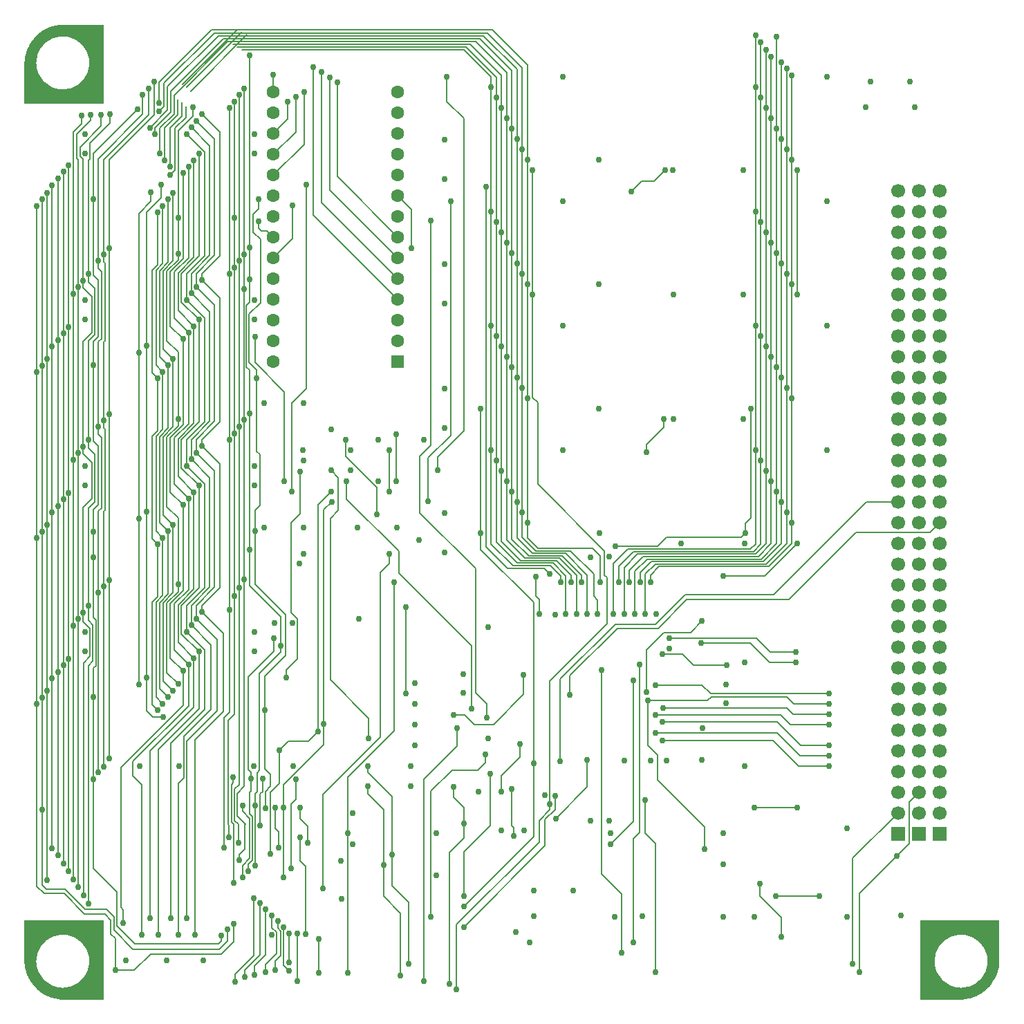
<source format=gbr>
G04 Generated by UcamX v1.1.0-140320 on 2014.6.05*
G04 Gerber PCB Data - Example 1, created by Filip Vermeire*
G04 Ucamco copyright*
%FSLAX35Y35*%
%MOMM*%
%TF.FileFunction,Copper,L4,Signal*%
%TF.Part,Single*%
%TA.AperFunction,Conductor,NotC*%
%ADD10C,0.15000*%
%TA.AperFunction,ViaPad*%
%ADD11C,0.75000*%
%TA.AperFunction,ComponentPad*%
%ADD12C,1.60000*%
%ADD13C,1.70000*%
%ADD14R,1.60000X1.60000*%
%ADD15R,1.70000X1.70000*%
%TA.AperFunction,Conductor,NotC*%
%ADD16C,0*%
%SRX1Y1I0.00000J0.00000*%
G01*
G75*
%LPD*%
D10*
X7664999Y3689998D02*
X8394995D01*
X8439999Y3734999D01*
X9369999D01*
X9454495Y3650498D01*
X9882998D01*
X8359999Y1874998D02*
Y2145000D01*
X7784999Y2720000D01*
Y3024998D01*
X7664999Y3144998D01*
Y3689998D01*
X9034999Y1450000D02*
Y1299998D01*
X9299997Y1034999D01*
Y795000D01*
X9234998Y1299998D02*
X9764997D01*
X8964999Y2379998D02*
X9494998D01*
X7754999Y3515000D02*
X9289994D01*
X9408498Y3396498D01*
X9882998D01*
X7209999Y1934998D02*
X7484999Y2209998D01*
Y3943498D01*
X7754999Y3294997D02*
X9249994D01*
X9529499Y3015498D01*
X9885815D01*
X7844999Y3429998D02*
X9244998D01*
X9532498Y3142498D01*
X9882998D01*
X7854999Y3599998D02*
X9364998D01*
X9441498Y3523498D01*
X9882998D01*
X5009998Y1044999D02*
Y2584999D01*
X5264999Y2840000D01*
X5579999D01*
X5674998Y2934998D01*
Y3029999D01*
X7759738Y3883498D02*
X8327037D01*
X8433039Y3777498D01*
X9882998D01*
X5009998Y9569999D02*
Y6814998D01*
X4874999Y6679997D01*
Y5989998D01*
X5554998Y5310000D01*
Y3789998D01*
X5694998Y3649998D01*
Y3485000D01*
X4705000Y3779998D02*
Y4834999D01*
X3369999Y839999D02*
Y260000D01*
X4919998Y260000D02*
Y2730000D01*
X5328499Y3138498D01*
Y3353499D01*
X5284999Y3515000D02*
X5424998D01*
X5539999Y3399999D01*
X5774998D01*
X6144999Y3769998D01*
Y4004999D01*
X5410000Y919998D02*
X6407549Y1917548D01*
Y2234669D01*
X6529997Y2357118D01*
Y2524999D01*
X2474999Y1889999D02*
Y3485000D01*
X2539998Y3549998D01*
Y4806137D01*
Y6885999D01*
X2539998Y8917999D02*
Y6885999D01*
X2539998Y10949999D02*
Y8917999D01*
X3104998Y2381819D02*
Y2125759D01*
X3144998Y2085759D01*
Y1889999D01*
X4499999Y6761998D02*
Y6254999D01*
X5410000Y1299998D02*
Y1839999D01*
X5733248Y2163250D01*
Y2796289D01*
X7344994Y599999D02*
Y1319998D01*
X7094995Y1570000D01*
Y4063500D01*
X7840896Y4263499D02*
X8084147D01*
X8222338Y4125308D01*
X8626818D01*
X7484999Y729999D02*
Y1999999D01*
X7564999Y2079999D01*
Y4134998D01*
X4974999Y6129998D02*
Y6664998D01*
X5249997Y6939999D01*
Y9809998D01*
X6535047Y2246559D02*
X6919999Y2631509D01*
Y2964998D01*
X9885815Y2888498D02*
X9511498D01*
X9194998Y3204998D01*
X7844999D01*
X3078996Y9365498D02*
X2999496Y9444998D01*
X2929997D01*
X2897386Y9477609D01*
Y9559999D01*
X304998Y1490000D02*
Y3810998D01*
Y5842998D01*
Y7874998D01*
Y9909998D01*
X3634999Y774997D02*
Y354998D01*
X5618996Y5745998D02*
Y5540998D01*
X6264999Y4894999D01*
Y2924998D01*
X5618996Y7269998D02*
Y5745998D01*
X6264999Y2924998D02*
Y2029999D01*
X5410000Y1174999D01*
X8857496Y5745998D02*
X8806498Y5694998D01*
X7894996D01*
X7779997Y5579999D01*
X7264997D01*
X8924499Y7269998D02*
Y5927758D01*
X8857496Y5860758D01*
Y5745998D01*
X3964999Y6889999D02*
Y6684287D01*
X4349999Y6299289D01*
Y5975000D01*
X8584997Y5219997D02*
X9095039D01*
X9492496Y5617459D01*
Y5618998D01*
X3239999Y3972499D02*
Y4070719D01*
X3375000Y4205720D01*
Y4695419D01*
X3298688Y4771728D01*
Y5866369D01*
X3409999Y5977679D01*
Y6499997D01*
X5089998Y6509997D02*
Y6674998D01*
X5414998Y6999999D01*
Y10819999D01*
X5204999Y11029999D01*
Y11334999D01*
X7644996Y6734998D02*
Y6824998D01*
X7859997Y7039999D01*
Y7139999D01*
X4584995Y6379998D02*
Y6954998D01*
X2852738Y8144259D02*
Y7833208D01*
X3214998Y7470948D01*
Y6379998D01*
X3304995Y6254999D02*
Y7334997D01*
X3479998Y7509998D01*
Y10009998D01*
X3784999Y6509997D02*
X3874999Y6419998D01*
Y6019757D01*
X3776896Y5921660D01*
Y3946878D01*
X4246210Y3477568D01*
Y3227500D01*
X7646205Y3796218D02*
Y4315910D01*
X7857018Y4526720D01*
X8188158D01*
X8326138Y4664698D01*
X10983999Y2570998D02*
X10864998Y2451999D01*
Y1939999D01*
X10714058Y1789059D01*
X3990000Y2065000D02*
Y360002D01*
X4557698Y5145979D02*
Y3322699D01*
X3990000Y2754999D01*
Y2065000D01*
X7629998Y2474999D02*
Y2069999D01*
X7754999Y1944998D01*
Y364998D01*
X10254999Y364998D02*
Y1329998D01*
X10714058Y1789059D01*
X1432446Y3892499D02*
Y5924499D01*
Y7956497D01*
Y9658498D01*
X1581569Y9807618D01*
Y9920509D01*
X3683706Y1394049D02*
Y2543488D01*
X4389758Y3249539D01*
Y5260668D01*
X4498549Y5369459D01*
Y5490820D01*
X5685120Y9982337D02*
Y5574269D01*
X5950329Y5309057D01*
X6397188D01*
X6463498Y5242748D01*
X4602996Y9873498D02*
X4769998Y9706498D01*
Y9234998D01*
X180000Y3650999D02*
Y1419997D01*
X270000Y1329998D01*
X518008D01*
X768010Y1079998D01*
X1014997D01*
X1089998Y1005000D01*
Y835000D01*
X1144999Y779999D01*
Y388481D01*
X180000Y5682999D02*
Y3650999D01*
X180000Y7714999D02*
Y5682999D01*
X180000Y9749999D02*
Y7714999D01*
X1144999Y388481D02*
X1373310D01*
X1574828Y589999D01*
X2444999D01*
X2594999Y739999D01*
Y959998D01*
X2599998Y4974999D02*
Y3525000D01*
X2524999Y3449998D01*
Y2175000D01*
X2534996Y2165000D01*
Y2019999D01*
X2599998Y6965999D02*
Y4974999D01*
X2599998Y8997999D02*
Y6965999D01*
X2599998Y9604998D02*
Y8997999D01*
X2599998Y11029999D02*
Y9604998D01*
X3405000Y2019999D02*
Y1729999D01*
X3469998Y1664998D01*
Y835000D01*
X3078996Y9111498D02*
X3314995Y9347497D01*
Y9754997D01*
X1914998Y3893998D02*
X1774995Y4033998D01*
Y4885998D01*
X1914998Y5026000D01*
Y5114747D01*
Y5925998D01*
X1774995Y6065998D01*
Y6917998D01*
X1914998Y7057997D01*
Y7143298D01*
Y7957998D01*
X1774995Y8097998D01*
Y8949998D01*
X1914998Y9089997D01*
Y9165308D01*
Y9604998D01*
Y10670967D01*
X2090618Y10846588D01*
Y10955008D01*
X1849999Y3813998D02*
X1729999Y3933998D01*
Y4890999D01*
X1849999Y5010999D01*
Y5845998D01*
X1729999Y5965998D01*
Y6922999D01*
X1849999Y7042999D01*
Y7877998D01*
X1729999Y7997998D01*
Y8954999D01*
X1849999Y9074999D01*
Y9909998D01*
X2944998Y2740000D02*
Y2576939D01*
X2914998Y2546940D01*
Y2159998D01*
X1789999Y3733998D02*
X1684998Y3838999D01*
Y4890999D01*
X1789999Y4996000D01*
Y5765998D01*
X1684998Y5870999D01*
Y6922999D01*
X1789999Y7027997D01*
Y7797998D01*
X1684998Y7902997D01*
Y8954999D01*
X1789999Y9059997D01*
Y9829998D01*
X1724998Y3653999D02*
X1642999Y3736000D01*
Y4895998D01*
X1724998Y4977999D01*
Y5685999D01*
X1642999Y5768000D01*
Y6927998D01*
X1724998Y7009999D01*
Y7717999D01*
X1642999Y7799997D01*
Y8959998D01*
X1724998Y9041999D01*
Y9749999D01*
X1664998Y3573999D02*
X1597998Y3640999D01*
Y4895998D01*
X1664998Y4962998D01*
Y5605999D01*
X1597998Y5672999D01*
Y6927998D01*
X1664998Y6994998D01*
Y7637999D01*
X1597998Y7704999D01*
Y8959998D01*
X1664998Y9026998D01*
Y9669999D01*
X2851839Y5771518D02*
Y5118458D01*
X3229059Y4741238D01*
Y4247678D01*
X2975869Y3994488D01*
Y3572498D01*
X2876799Y7636498D02*
Y6741628D01*
X2912639Y6705788D01*
Y6079617D01*
X2851839Y6018817D01*
Y5771518D01*
X2898049Y9834619D02*
Y9714817D01*
X2828928Y9645699D01*
Y9429118D01*
X2919997Y9338049D01*
Y8563519D01*
X2780000Y8423519D01*
Y7835547D01*
X2876799Y7738748D01*
Y7636498D01*
X2975869Y3572498D02*
Y2859139D01*
X3043708Y2791298D01*
Y2640508D01*
X2979870Y2576668D01*
Y2375810D01*
X3204998Y1527419D02*
Y2379998D01*
Y2664999D01*
X3694999Y3154998D01*
Y3405000D01*
Y6030257D01*
X3791738Y6126998D01*
X3148668Y3086979D02*
Y2677838D01*
X3039870Y2569038D01*
Y1819009D01*
X3041150Y1817728D01*
X3624999Y3314997D02*
X3506795Y3196799D01*
X3258488D01*
X3148668Y3086979D01*
X3788418Y6253998D02*
X3624999Y6090577D01*
Y3314997D01*
X3973630Y6380998D02*
Y6161669D01*
X4612988Y5522308D01*
Y5255550D01*
X5505788Y4362747D01*
Y3595010D01*
X244998Y2359998D02*
Y1434999D01*
X294998Y1384999D01*
X524995D01*
X774995Y1134999D01*
X1034997D01*
X1124999Y1044999D01*
Y879998D01*
X1359998Y644998D01*
X2414999D01*
X2514999Y744997D01*
Y889998D01*
X244998Y3730999D02*
Y2359998D01*
X244998Y5762999D02*
Y3730999D01*
X244998Y7794999D02*
Y5762999D01*
X244998Y9829998D02*
Y7794999D01*
X6334999Y4749998D02*
Y4929150D01*
X6290818Y4973328D01*
Y5211359D01*
X4602996Y9365498D02*
X3859998Y10108499D01*
Y11264999D01*
X875000Y2724999D02*
Y1634998D01*
X1159995Y1349998D01*
Y929998D01*
X1379995Y709999D01*
X2409995D01*
X2444999Y744997D01*
Y815000D01*
X875000Y3732500D02*
Y2724999D01*
X875000Y5448318D02*
Y4709998D01*
X905000Y4679999D01*
Y4120000D01*
X875000Y4090000D01*
Y3732500D01*
X875000Y5759100D02*
Y5448318D01*
X875000Y7796497D02*
Y6867998D01*
X935000Y6807998D01*
Y6090877D01*
X875000Y6030877D01*
Y5759100D01*
X875000Y9828497D02*
Y8899998D01*
X935000Y8839998D01*
Y8151168D01*
X875000Y8091168D01*
Y7796497D01*
X1414999Y10931909D02*
X875000Y10391907D01*
Y9828497D01*
X4602996Y9111498D02*
X3769998Y9944499D01*
Y11324999D01*
X935000Y2810000D02*
Y5016000D01*
Y6011708D01*
X975000Y6051708D01*
Y6912999D01*
X935000Y6952999D01*
Y7047997D01*
Y8085818D01*
X975000Y8125818D01*
Y8944999D01*
X935000Y8984999D01*
Y9079997D01*
Y10326909D01*
X1480000Y10871909D01*
Y11109998D01*
X2584999Y2754999D02*
Y2684999D01*
X2564996Y2664999D01*
Y2205000D01*
X2594999Y2175000D01*
Y1454999D01*
X4602996Y8857498D02*
X3669995Y9790499D01*
Y11389998D01*
X1005000Y5090998D02*
Y2884998D01*
X1005000Y7122998D02*
Y7027997D01*
X1014997Y7017997D01*
Y6024057D01*
X1005000Y6014057D01*
Y5090998D01*
X1005000Y9154998D02*
Y9059997D01*
X1014997Y9049997D01*
Y8095869D01*
X1005000Y8085869D01*
Y7122998D01*
X1550000Y11189998D02*
Y10861157D01*
X1005000Y10316157D01*
Y9154998D01*
X2699997Y1530000D02*
Y1669999D01*
X2790000Y1759999D01*
Y2249998D01*
X2699997Y2339998D01*
Y2409998D01*
X4602996Y8603498D02*
X3569998Y9636499D01*
Y11449998D01*
X1069998Y5170998D02*
Y2984998D01*
X1069998Y7202998D02*
Y5170998D01*
X1069998Y9234998D02*
Y7202998D01*
X1620000Y11269998D02*
Y10864368D01*
X1069998Y10314369D01*
Y9234998D01*
X2770000Y1604998D02*
Y1689999D01*
X2820000Y1739999D01*
Y2275000D01*
X2788996Y2305998D01*
Y2564999D01*
X2804996Y2580998D01*
Y2740000D01*
Y2810000D01*
X2770000Y2844998D01*
Y3984508D01*
X3083088Y4297599D01*
Y4458109D01*
X2784996Y5541379D02*
Y5099998D01*
X3164998Y4719998D01*
Y4366588D01*
X2784996Y7205998D02*
Y5541379D01*
X2784996Y8849998D02*
Y8566658D01*
X2750000Y8531657D01*
Y7773749D01*
X2784996Y7738748D01*
Y7205998D01*
X2784996Y9237998D02*
Y8849998D01*
X2785278Y11596797D02*
X2784996Y11596518D01*
Y9237998D01*
X2854998Y2404999D02*
Y1669999D01*
X3164998Y4366588D02*
Y4283289D01*
X2910000Y4028288D01*
Y2834998D01*
X2880000Y2804998D01*
Y2579998D01*
X2854998Y2554999D01*
Y2404999D01*
X2720000Y5174999D02*
Y2639998D01*
X2634999Y2554999D01*
Y2279998D01*
X2734999Y2179998D01*
X2730000D01*
Y1875859D01*
X2657658Y1803520D01*
Y1737218D01*
X2720000Y7129978D02*
Y5174999D01*
X2720000Y8729998D02*
Y7129978D01*
X2720000Y9157998D02*
Y8729998D01*
X2720000Y11189998D02*
Y9157998D01*
X3299999Y1635069D02*
Y2424999D01*
X3355000Y2479998D01*
Y2724999D01*
X2659995Y5074999D02*
Y2664999D01*
X2604999Y2609998D01*
Y2225000D01*
X2654999Y2175000D01*
Y1949999D01*
X2659995Y7045998D02*
Y5074999D01*
X2659995Y9077998D02*
Y7045998D01*
X2659995Y11109998D02*
Y9077998D01*
X3499998Y1949999D02*
Y2155000D01*
X3405000Y2249998D01*
Y2379998D01*
X1239998Y969998D02*
Y1129998D01*
X1209998Y1159998D01*
Y2870000D01*
X1974998Y3634999D01*
Y4053998D01*
X1814998Y4213997D01*
Y4880999D01*
X1974998Y5040999D01*
Y6085998D01*
X1814998Y6245997D01*
Y6912999D01*
X1974998Y7072999D01*
Y8117998D01*
X1814998Y8277997D01*
Y8944999D01*
X1974998Y9104999D01*
Y10149998D01*
X2834998Y1274999D02*
Y569999D01*
X2609998Y344998D01*
Y244998D01*
X9428996Y5872998D02*
Y5617020D01*
X9146977Y5334998D01*
X7799997D01*
X7694999Y5229997D01*
Y5144999D01*
X9428996Y7396998D02*
Y5872998D01*
X9428996Y8793998D02*
Y7396998D01*
X9428996Y10317998D02*
Y8793998D01*
X9428996Y11344999D02*
Y10317998D01*
X1470000Y825000D02*
Y2659997D01*
X1359998Y2770000D01*
Y2944998D01*
X2039999Y3624999D01*
Y4133998D01*
X1864998Y4308998D01*
Y4875998D01*
X2039999Y5050999D01*
Y6165998D01*
X1864998Y6340998D01*
Y6907998D01*
X2039999Y7082999D01*
Y8197998D01*
X1864998Y8372998D01*
Y8939998D01*
X2039999Y9114999D01*
Y10229998D01*
X2914998Y1209998D02*
Y579999D01*
X2724999Y389999D01*
Y304998D01*
X9364998Y11429998D02*
Y10444998D01*
X9365496D01*
X9365496Y5999998D02*
Y5613949D01*
X9116545Y5364998D01*
X7759995D01*
X7634996Y5240000D01*
Y4755000D01*
X9365496Y7523998D02*
Y5999998D01*
X9365496Y8920998D02*
Y7523998D01*
X9365496Y10444998D02*
Y8920998D01*
X689999Y1409997D02*
Y4690999D01*
Y6722999D01*
Y8754999D01*
Y10314999D01*
X674998Y10329997D01*
Y10624998D01*
X845000Y10794998D01*
Y10864998D01*
X1564998Y10704998D02*
X1783388Y10923387D01*
Y11210077D01*
X2404349Y11831038D01*
X5653956D01*
X6063496Y11421499D01*
Y10571998D01*
X6063496Y6126998D02*
Y5686499D01*
X6254999Y5494998D01*
X6654998D01*
X6919999Y5229997D01*
Y4755000D01*
X6063496Y7650998D02*
Y6126998D01*
X6063496Y9047998D02*
Y7650998D01*
X6063496Y10571998D02*
Y9047998D01*
X629996Y1504999D02*
Y4610999D01*
Y6642999D01*
Y8674999D01*
Y10654998D01*
X729999Y10754998D01*
Y10854998D01*
X1630000Y10624998D02*
Y10707198D01*
X1822699Y10899897D01*
Y11153648D01*
X2463610Y11794559D01*
X5610439D01*
X5999996Y11404999D01*
Y10698998D01*
X5999996Y6253998D02*
Y5669999D01*
X6204999Y5464998D01*
X6614996D01*
X6854995Y5224999D01*
Y5144999D01*
X5999996Y7777998D02*
Y6253998D01*
X5999996Y9174998D02*
Y7777998D01*
X5999996Y10698998D02*
Y9174998D01*
X569999Y1600000D02*
Y4205999D01*
Y6237999D01*
Y8269999D01*
Y10249998D01*
X1689997Y10389997D02*
Y10703507D01*
X1862648Y10876158D01*
Y11106298D01*
X2518268Y11761917D01*
X5553078D01*
X5936496Y11378499D01*
Y10825998D01*
X5936496Y6380998D02*
Y5658498D01*
X6159998Y5434998D01*
X6579997D01*
X6789999Y5224999D01*
Y4755000D01*
X5936496Y7904998D02*
Y6380998D01*
X5936496Y9301998D02*
Y7904998D01*
X5936496Y10825998D02*
Y9301998D01*
X509999Y1694998D02*
Y4125999D01*
Y6157999D01*
Y8189999D01*
Y10169998D01*
X1749999Y10309997D02*
Y10704139D01*
X1907939Y10862079D01*
Y11053029D01*
X1968277Y11239869D02*
X2646447Y11918038D01*
X2586109Y11731199D02*
X5488798D01*
X5872996Y11346998D01*
Y10952998D01*
X5872996Y6507998D02*
Y5641998D01*
X6109998Y5404998D01*
X6544999D01*
X6724998Y5224999D01*
Y5144999D01*
X5872996Y8031998D02*
Y6507998D01*
X5872996Y9428998D02*
Y8031998D01*
X5872996Y10952998D02*
Y9428998D01*
X444998Y1794998D02*
Y4040998D01*
Y6072998D01*
Y8104998D01*
Y10089998D01*
X1814998Y10229998D02*
Y10703997D01*
X1960408Y10849407D01*
Y11021017D01*
X2020746Y11207857D02*
X2694447Y11881559D01*
X2634110Y11694719D02*
X5440276D01*
X5809496Y11325497D01*
Y11079998D01*
X5809496Y6634998D02*
Y5630500D01*
X6064997Y5374998D01*
X6504999D01*
X6659997Y5219997D01*
Y4755000D01*
X5809496Y8158998D02*
Y6634998D01*
X5809496Y9555998D02*
Y8158998D01*
X5809496Y11079998D02*
Y9555998D01*
X370000Y1884998D02*
Y3965999D01*
Y5997999D01*
Y8029997D01*
Y10004999D01*
X1814396Y10129998D02*
X1874998Y10190597D01*
Y10701038D01*
X2005056Y10831099D01*
Y10969928D01*
X2065394Y11156767D02*
X2753703Y11845077D01*
X2693365Y11658237D02*
X5416759D01*
X5745996Y11328997D01*
Y11206998D01*
X5745996Y6761998D02*
Y5608998D01*
X6009998Y5344998D01*
X6469995D01*
X6594996Y5219997D01*
Y5144999D01*
X5745996Y8285998D02*
Y6761998D01*
X5745996Y9682998D02*
Y8285998D01*
X5745996Y11206998D02*
Y9682998D01*
X2105000Y4213997D02*
Y3609998D01*
X1570000Y3074998D01*
Y1024999D01*
X2105000Y6245997D02*
Y5057999D01*
X1912999Y4865998D01*
Y4405999D01*
X2105000Y4213997D01*
X2105000Y8277997D02*
Y7089999D01*
X1912999Y6897998D01*
Y6437999D01*
X2105000Y6245997D01*
X2105000Y10309997D02*
Y9121999D01*
X1912999Y8929998D01*
Y8469999D01*
X2105000Y8277997D01*
X2850000Y334998D02*
Y445001D01*
X2984998Y579999D01*
Y1134999D01*
X7569998Y5144999D02*
Y5260000D01*
X7704999Y5394998D01*
X9081496D01*
X9301996Y5615498D01*
Y6126998D01*
Y7650998D01*
Y9047998D01*
Y10571998D01*
Y11509998D01*
X3078996Y11143498D02*
Y11354999D01*
X3079999D01*
X1669997Y825000D02*
Y3094998D01*
X2169996Y3594999D01*
Y4294000D01*
X1952999Y4511000D01*
Y4855998D01*
X2169996Y5072997D01*
Y6325997D01*
X1952999Y6542997D01*
Y6887998D01*
X2169996Y7104997D01*
Y8357997D01*
X1952999Y8574997D01*
Y8919998D01*
X2169996Y9136997D01*
Y10389997D01*
X3059999Y1064999D02*
Y909998D01*
X3114998Y855000D01*
Y594998D01*
X2979999Y459999D01*
Y364998D01*
X9238496Y6253998D02*
Y5612798D01*
X9050696Y5424998D01*
X7654996D01*
X7504999Y5274999D01*
Y4755000D01*
X9238496Y7777998D02*
Y6253998D01*
X9238496Y9174998D02*
Y7777998D01*
X9238496Y10698998D02*
Y9174998D01*
X9238496Y11824998D02*
Y10698998D01*
X2014995Y4533999D02*
X2239998Y4308998D01*
Y3584999D01*
X1819999Y3164998D01*
Y1024999D01*
X2014995Y6565999D02*
X2235000Y6345997D01*
Y5076000D01*
X2014995Y4855998D01*
Y4533999D01*
X2014995Y8597999D02*
X2235000Y8377997D01*
Y7107997D01*
X2014995Y6887998D01*
Y6565999D01*
X2014995Y10629999D02*
X2235000Y10409997D01*
Y9139997D01*
X2014995Y8919998D01*
Y8597999D01*
X3104998Y394998D02*
Y504998D01*
X3169996Y569999D01*
Y869999D01*
X3134998Y905000D01*
Y995000D01*
X7439998Y5144999D02*
Y5290000D01*
X7604999Y5454998D01*
X9016609D01*
X9174996Y5613388D01*
Y6380998D01*
Y7904998D01*
Y9301998D01*
Y10825998D01*
Y11574999D01*
X3078996Y10635498D02*
X3254998Y10811498D01*
Y11024997D01*
X2074997Y4613999D02*
X2314997Y4374000D01*
Y3579998D01*
X1984998Y3249999D01*
Y2744999D01*
X1919996Y2679997D01*
Y825000D01*
X2074997Y6645999D02*
X2299998Y6420998D01*
Y5080998D01*
X2074997Y4855998D01*
Y4613999D01*
X2074997Y8677999D02*
X2299998Y8452998D01*
Y7112998D01*
X2074997Y6887998D01*
Y6645999D01*
X2074997Y10709999D02*
X2299998Y10484998D01*
Y9144998D01*
X2074997Y8919998D01*
Y8677999D01*
X3269999Y384998D02*
X3204998Y449999D01*
Y919998D01*
X7374994Y4755000D02*
Y5320000D01*
X7539998Y5484998D01*
X8984379D01*
X9111496Y5612118D01*
Y6507998D01*
Y8031998D01*
Y9428998D01*
Y10952998D01*
Y11664999D01*
X3078996Y10381498D02*
X3355000Y10657497D01*
Y11084997D01*
X2135000Y4693999D02*
X2389998Y4438998D01*
Y3564999D01*
X2019999Y3194998D01*
Y1024999D01*
X2135000Y6725999D02*
X2359998Y6500998D01*
Y5080998D01*
X2135000Y4855998D01*
Y4693999D01*
X2135000Y8757999D02*
X2359998Y8532998D01*
Y7112998D01*
X2135000Y6887998D01*
Y6725999D01*
X2135000Y10789999D02*
X2359998Y10564998D01*
Y9144998D01*
X2135000Y8919998D01*
Y8757999D01*
X3269999Y485001D02*
Y839999D01*
X7309998Y5144999D02*
Y5340000D01*
X7484999Y5514998D01*
X8957879D01*
X9047996Y5605120D01*
Y6634998D01*
Y8158998D01*
Y9555998D01*
Y11079998D01*
Y11754998D01*
X3078996Y10127498D02*
X3455000Y10503497D01*
Y11144997D01*
X2205000Y4773999D02*
X2464999Y4513999D01*
Y3554999D01*
X2119999Y3209999D01*
Y825000D01*
X2205000Y6805999D02*
X2424999Y6585999D01*
Y5070998D01*
X2205000Y4850999D01*
Y4773999D01*
X2205000Y8837999D02*
X2424999Y8617999D01*
Y7102998D01*
X2205000Y6882999D01*
Y6805999D01*
X2205000Y10869999D02*
X2424999Y10649999D01*
Y9134998D01*
X2205000Y8914999D01*
Y8837999D01*
X7244997Y4755000D02*
Y5370000D01*
X7419998Y5544998D01*
X8920267D01*
X8984496Y5609230D01*
Y6761998D01*
Y8285998D01*
Y9682998D01*
Y11206998D01*
Y11834998D01*
X815000Y1204999D02*
Y4120000D01*
X869999Y4174998D01*
Y4619999D01*
X815000Y4675000D01*
Y4850999D01*
Y6047738D01*
X895000Y6127738D01*
Y6707998D01*
X815000Y6787998D01*
Y6882999D01*
Y8096509D01*
X895000Y8176509D01*
Y8739998D01*
X815000Y8819998D01*
Y8914999D01*
Y10309997D01*
X829999Y10324999D01*
Y10514998D01*
X1079998Y10764998D01*
Y10869999D01*
X1679997Y11009999D02*
Y11264377D01*
X2320615Y11904998D01*
X5759999D01*
X6190496Y11474499D01*
Y10317998D01*
X6190496Y5872998D02*
Y5684500D01*
X6319998Y5554998D01*
X6984998D01*
X7079999Y5459999D01*
Y5144999D01*
X6190496Y7396998D02*
Y5872998D01*
X6190496Y8793998D02*
Y7396998D01*
X6190496Y10317998D02*
Y8793998D01*
X749999Y4770999D02*
Y4659999D01*
X835000Y4574997D01*
Y4234998D01*
X754995Y4154998D01*
Y1309998D01*
X749999Y6802999D02*
Y6712999D01*
X855000Y6607998D01*
Y6164608D01*
X749999Y6059607D01*
Y4770999D01*
X749999Y8834999D02*
Y8744999D01*
X855000Y8639998D01*
Y8194939D01*
X749999Y8089938D01*
Y6802999D01*
X969998Y10864998D02*
Y10729999D01*
X709999Y10469997D01*
Y10359997D01*
X749999Y10319997D01*
Y8834999D01*
X6126996Y5999998D02*
Y7523998D01*
Y8920998D01*
Y10444998D01*
Y11442997D01*
X5702478Y11867518D01*
X2356348D01*
X1739999Y11251169D01*
Y10969999D01*
X1679997Y10909999D01*
X7049999Y4755000D02*
Y4923498D01*
X7003499Y4969998D01*
Y5241499D01*
X6719994Y5524998D01*
X6289998D01*
X6126996Y5687998D01*
Y5999998D01*
X5320000Y154999D02*
Y949998D01*
X6331519Y1961518D01*
Y2220819D01*
X6464999Y2354298D01*
Y2419998D01*
X6253996Y8666998D02*
Y7400999D01*
X6314999Y7339998D01*
Y6339998D01*
X7134995Y5519999D01*
Y5229997D01*
X7164997Y5199997D01*
Y4635000D01*
X6464999Y3934999D01*
Y2419998D01*
X6253996Y10190998D02*
Y8666998D01*
X7879596Y10190998D02*
X7739896Y10051298D01*
X7694999Y10049998D01*
X7589998D01*
X7464999Y9924997D01*
X9492496Y8666998D02*
Y10190998D01*
X1525377Y3972499D02*
Y6004499D01*
Y8036499D01*
Y9668998D01*
X1705219Y9848838D01*
Y10013699D01*
X1730939Y3493498D02*
X1599619D01*
X1525377Y3567738D01*
Y3972499D01*
X4234998Y2639998D02*
Y2549998D01*
X4429999Y2354999D01*
Y1679999D01*
Y1294999D01*
X4635000Y1089998D01*
Y324998D01*
X8319999Y4394998D02*
X8919998D01*
X9154996Y4160000D01*
X9474998D01*
X11237999Y5872998D02*
X11115655Y5750659D01*
X10215299D01*
X9390977Y4926338D01*
X8136578D01*
X7787899Y4577659D01*
X7291258D01*
X6712189Y3998588D01*
Y3765629D01*
X5872996Y2579899D02*
Y2770279D01*
X6098497Y2995778D01*
Y3158498D01*
X10729999Y6126998D02*
X10340759D01*
X9204607Y4990849D01*
X8122234D01*
X7755646Y4624258D01*
X7264649D01*
X6593497Y3953109D01*
Y2950269D01*
X5999229Y2607740D02*
Y2159998D01*
X6024575Y2134649D01*
Y2033278D01*
X5234999Y225001D02*
Y1829999D01*
X5410000Y2004998D01*
Y2189998D01*
Y2384999D01*
X5284999Y2509998D01*
Y2634999D01*
X7929997Y4459999D02*
X8989998D01*
X9164996Y4284998D01*
X9474998D01*
X10729999Y2316998D02*
X10174996Y1761998D01*
Y465001D01*
X4234998Y2890000D02*
Y2810000D01*
X4529999Y2514999D01*
Y1809999D01*
Y1424999D01*
X4735000Y1219998D01*
Y465001D01*
D11*
X7664999Y3689998D03*
X8359999Y1874998D03*
X9882998Y3650498D03*
X9034999Y1450000D03*
X9299997Y795000D03*
X9234998Y1299998D03*
X9764997D03*
X8964999Y2379998D03*
X9494998D03*
X7754998Y3515000D03*
X9882998Y3396498D03*
X7209999Y1934997D03*
X7484999Y3943497D03*
X7754998Y3294997D03*
X9885815Y3015498D03*
X7844999Y3429998D03*
X9882998Y3142498D03*
X7854998Y3599998D03*
X9882998Y3523498D03*
X5009998Y1044999D03*
X5674997Y3029999D03*
X7759738Y3883497D03*
X9882998Y3777498D03*
X5009998Y9569999D03*
X5694997Y3485000D03*
X4704999Y3779998D03*
Y4834999D03*
X3369999Y260000D03*
Y839999D03*
X4919998Y260000D03*
X5328499Y3353499D03*
X5284999Y3515000D03*
X6144999Y4004999D03*
X5410000Y919998D03*
X6529997Y2524999D03*
X2474999Y1889999D03*
X2539997Y4806137D03*
Y6885999D03*
Y8917998D03*
Y10949999D03*
X3104998Y2381819D03*
X3144998Y1889999D03*
X4499998Y6254999D03*
Y6761998D03*
X5410000Y1299998D03*
X5733248Y2796289D03*
X7094995Y4063500D03*
X7344994Y599999D03*
X7840896Y4263499D03*
X8626818Y4125308D03*
X7484999Y729998D03*
X7564999Y4134998D03*
X4974999Y6129998D03*
X5249997Y9809998D03*
X6535047Y2246559D03*
X6919999Y2964998D03*
X7844999Y3204997D03*
X9885815Y2888498D03*
X304998Y1490000D03*
Y3810998D03*
Y5842998D03*
Y7874998D03*
Y9909998D03*
X2897385Y9559999D03*
X3634999Y354998D03*
Y774997D03*
X5410000Y1174999D03*
X5618996Y5745998D03*
Y7269998D03*
X6264999Y2924998D03*
X7264997Y5579999D03*
X8857495Y5745998D03*
X8924499Y7269998D03*
X3964999Y6889999D03*
X4349999Y5975000D03*
X8584997Y5219997D03*
X9492496Y5618998D03*
X3239999Y3972499D03*
X3409999Y6499997D03*
X5089998Y6509997D03*
X5204999Y11334999D03*
X7644996Y6734998D03*
X7859997Y7139999D03*
X4584995Y6379997D03*
Y6954997D03*
X2852738Y8144259D03*
X3214997Y6379997D03*
X3304995Y6254999D03*
X3479998Y10009998D03*
X3784999Y6509997D03*
X4246210Y3227499D03*
X7646205Y3796218D03*
X8326138Y4664698D03*
X3990000Y360002D03*
Y2065000D03*
X4557698Y5145979D03*
X7629997Y2474999D03*
X7754998Y364998D03*
X10254998D03*
X10714058Y1789059D03*
X1432446Y3892499D03*
Y5924499D03*
Y7956497D03*
X1581569Y9920509D03*
X3683706Y1394048D03*
X4498549Y5490819D03*
X5685120Y9982337D03*
X6463498Y5242748D03*
X180000Y3650998D03*
Y5682999D03*
Y7714999D03*
Y9749999D03*
X1144999Y388480D03*
X2594998Y959998D03*
X4769998Y9234998D03*
X2534996Y2019998D03*
X2599998Y4974999D03*
Y6965998D03*
Y8997998D03*
Y9604997D03*
Y11029998D03*
X3404999Y2019998D03*
X3469998Y835000D03*
X1914997Y3893998D03*
Y5114747D03*
Y7143298D03*
Y9165308D03*
Y9604997D03*
X2090618Y10955007D03*
X3314995Y9754997D03*
X1849999Y3813998D03*
Y5845998D03*
Y7877998D03*
Y9909998D03*
X2914998Y2159998D03*
X2944998Y2739999D03*
X1789999Y3733998D03*
Y5765998D03*
Y7797998D03*
Y9829998D03*
X1724998Y3653999D03*
Y5685998D03*
Y7717999D03*
Y9749999D03*
X1664998Y3573999D03*
Y5605999D03*
Y7637999D03*
Y9669999D03*
X2851839Y5771517D03*
X2876799Y7636498D03*
X2898048Y9834618D03*
X2975869Y3572498D03*
X2979870Y2375809D03*
X3204997Y1527419D03*
Y2379998D03*
X3694999Y3404999D03*
X3791738Y6126998D03*
X3041150Y1817728D03*
X3148668Y3086979D03*
X3624999Y3314997D03*
X3788418Y6253998D03*
X3973630Y6380998D03*
X5505788Y3595010D03*
X244998Y2359998D03*
Y3730999D03*
Y5762999D03*
Y7794999D03*
Y9829998D03*
X2514999Y889998D03*
X6290818Y5211358D03*
X6334999Y4749998D03*
X875000Y2724999D03*
Y3732499D03*
Y5448318D03*
Y5759100D03*
Y7796497D03*
Y9828497D03*
X1414999Y10931908D03*
X2444999Y815000D03*
X3859998Y11264999D03*
X935000Y2809999D03*
Y5015999D03*
Y7047997D03*
Y9079997D03*
X1480000Y11109998D03*
X2584998Y2754999D03*
X2594998Y1454999D03*
X3769998Y11324999D03*
X1005000Y2884998D03*
Y5090998D03*
Y7122998D03*
Y9154998D03*
X1550000Y11189998D03*
X2699997Y1530000D03*
Y2409997D03*
X3669995Y11389998D03*
X1069998Y2984998D03*
Y5170998D03*
Y7202998D03*
Y9234998D03*
X1620000Y11269998D03*
X2769999Y1604998D03*
X2804996Y2739999D03*
X3083088Y4458109D03*
X3569998Y11449998D03*
X2784995Y5541379D03*
Y7205998D03*
Y8849997D03*
Y9237998D03*
X2785277Y11596796D03*
X2854998Y1669999D03*
Y2404999D03*
X3164997Y4366588D03*
X2657658Y1737218D03*
X2719999Y5174998D03*
Y7129978D03*
Y8729998D03*
Y9157998D03*
Y11189998D03*
X3299998Y1635069D03*
X3354999Y2724999D03*
X2654999Y1949999D03*
X2659995Y5074998D03*
Y7045998D03*
Y9077998D03*
Y11109998D03*
X3404999Y2379998D03*
X3499998Y1949999D03*
X1239998Y969998D03*
X1974998Y4053998D03*
Y6085998D03*
Y8117998D03*
Y10149997D03*
X2609997Y244998D03*
X2834998Y1274998D03*
X7694999Y5144999D03*
X9428995Y5872998D03*
Y7396998D03*
Y8793998D03*
Y10317998D03*
Y11344999D03*
X1470000Y825000D03*
X2039998Y4133998D03*
Y6165998D03*
Y8197998D03*
Y10229997D03*
X2724999Y304998D03*
X2914998Y1209998D03*
X7634996Y4754999D03*
X9364998Y11429998D03*
X9365496Y5999998D03*
Y7523998D03*
Y8920998D03*
Y10444998D03*
X689998Y1409997D03*
Y4690999D03*
Y6722999D03*
Y8754999D03*
X845000Y10864998D03*
X1564998Y10704998D03*
X6063496Y6126998D03*
Y7650998D03*
Y9047998D03*
Y10571998D03*
X6919999Y4754999D03*
X629996Y1504999D03*
Y4610999D03*
Y6642999D03*
Y8674999D03*
X729998Y10854998D03*
X1630000Y10624998D03*
X5999995Y6253998D03*
Y7777998D03*
Y9174998D03*
Y10698998D03*
X6854995Y5144999D03*
X569999Y1600000D03*
Y4205999D03*
Y6237999D03*
Y8269999D03*
Y10249997D03*
X1689996Y10389997D03*
X5936495Y6380998D03*
Y7904998D03*
Y9301998D03*
Y10825998D03*
X6789999Y4754999D03*
X509999Y1694998D03*
Y4125999D03*
Y6157999D03*
Y8189999D03*
Y10169998D03*
X1749999Y10309997D03*
X5872996Y6507998D03*
Y8031998D03*
Y9428998D03*
Y10952998D03*
X6724998Y5144999D03*
X444998Y1794998D03*
Y4040998D03*
Y6072998D03*
Y8104998D03*
Y10089998D03*
X1814997Y10229997D03*
X5809496Y6634998D03*
Y8158998D03*
Y9555998D03*
Y11079998D03*
X6659997Y4754999D03*
X369999Y1884997D03*
Y3965999D03*
Y5997999D03*
Y8029997D03*
Y10004999D03*
X1814396Y10129997D03*
X5745996Y6761998D03*
Y8285998D03*
Y9682998D03*
Y11206998D03*
X6594995Y5144999D03*
X1570000Y1024999D03*
X2105000Y4213997D03*
Y6245997D03*
Y8277997D03*
Y10309997D03*
X2850000Y334998D03*
X2984998Y1134999D03*
X7569998Y5144999D03*
X9301996Y6126998D03*
Y7650998D03*
Y9047998D03*
Y10571998D03*
Y11509998D03*
X1669996Y825000D03*
X2169996Y4294000D03*
Y6325997D03*
Y8357997D03*
Y10389997D03*
X2979999Y364998D03*
X3059999Y1064999D03*
X3079999Y11354999D03*
X7504999Y4754999D03*
X9238495Y6253998D03*
Y7777998D03*
Y9174998D03*
Y10698998D03*
Y11824998D03*
X1819999Y1024999D03*
X2014995Y4533999D03*
Y6565999D03*
Y8597999D03*
Y10629999D03*
X3104998Y394998D03*
X3134997Y995000D03*
X7439998Y5144999D03*
X9174996Y6380998D03*
Y7904998D03*
Y9301998D03*
Y10825998D03*
Y11574999D03*
X1919996Y825000D03*
X2074997Y4613999D03*
Y6645999D03*
Y8677999D03*
Y10709999D03*
X3204997Y919998D03*
X3254997Y11024997D03*
X3269998Y384998D03*
X7374994Y4754999D03*
X9111496Y6507998D03*
Y8031998D03*
Y9428998D03*
Y10952998D03*
Y11664999D03*
X2019998Y1024999D03*
X2135000Y4693999D03*
Y6725999D03*
Y8757999D03*
Y10789999D03*
X3269998Y485000D03*
Y839999D03*
X3354999Y11084997D03*
X7309998Y5144999D03*
X9047996Y6634998D03*
Y8158998D03*
Y9555998D03*
Y11079998D03*
Y11754998D03*
X2119998Y825000D03*
X2205000Y4773999D03*
Y6805999D03*
Y8837998D03*
Y10869999D03*
X3454999Y11144997D03*
X7244997Y4754999D03*
X8984496Y6761998D03*
Y8285998D03*
Y9682998D03*
Y11206998D03*
Y11834998D03*
X815000Y1204999D03*
Y4850998D03*
Y6882999D03*
Y8914999D03*
X1079998Y10869999D03*
X1679997Y11009999D03*
X6190496Y5872998D03*
Y7396998D03*
Y8793998D03*
Y10317998D03*
X7079998Y5144999D03*
X749999Y4770999D03*
Y6802999D03*
Y8834999D03*
X754995Y1309997D03*
X969998Y10864998D03*
X1679997Y10909999D03*
X6126996Y5999998D03*
Y7523998D03*
Y8920998D03*
Y10444998D03*
X7049999Y4754999D03*
X769998Y4298999D03*
Y6330999D03*
Y8362998D03*
Y10394999D03*
X1269998Y509999D03*
X1439997Y2889999D03*
X2219998Y509999D03*
X2836997Y2889999D03*
X2850000Y4528998D03*
Y6560998D03*
Y8592998D03*
Y10624998D03*
X3054995Y825000D03*
X3314995Y4644999D03*
X3444999Y5489999D03*
Y5809999D03*
Y6634998D03*
X3449996Y7334997D03*
X3784999Y7014998D03*
X3904999Y1729999D03*
X4050000Y2314999D03*
X4589999Y5809999D03*
X4864997Y5654997D03*
X4924999Y6889999D03*
X5069998Y1554998D03*
X5174496Y5987298D03*
Y7511298D03*
Y9035298D03*
Y10559298D03*
X5404998Y4019999D03*
X5593595Y2579899D03*
X5709996Y3224998D03*
Y4589999D03*
X6049998Y855000D03*
X6219995Y729998D03*
X6399997Y2529998D03*
X6529997Y4744999D03*
X6622296Y6761998D03*
Y8285998D03*
Y9809998D03*
Y11333998D03*
X6749994Y1364999D03*
X7062999Y8793998D03*
Y10317998D03*
X7194997Y2225000D03*
Y5454998D03*
X7209999Y2065000D03*
X7699997Y2954998D03*
X7764999Y4754999D03*
X7929997Y4329999D03*
X7968495Y10190998D03*
X7981196Y7142998D03*
Y8666998D03*
X8073898Y5618998D03*
X8329998Y3354999D03*
X8589998Y1684998D03*
Y2065000D03*
X8624994Y3659998D03*
X8964999Y1044999D03*
X9860795Y6761998D03*
Y8285998D03*
Y9809998D03*
Y11333998D03*
X10104999Y1044999D03*
Y2125000D03*
X10334999Y10954997D03*
X10394999Y11269998D03*
X10759999Y1059998D03*
X5320000Y154999D03*
X6253996Y8666998D03*
Y10190998D03*
X6464999Y2419998D03*
X7464999Y9924997D03*
X7879595Y10190998D03*
X9492496Y8666998D03*
Y10190998D03*
X1525377Y3972499D03*
Y6004499D03*
Y8036499D03*
X1705219Y10013699D03*
X1730939Y3493498D03*
X4234998Y2639997D03*
X4429999Y1679999D03*
X4635000Y324998D03*
X8319999Y4394998D03*
X9474997Y4160000D03*
X5872996Y2579899D03*
X6098497Y3158497D03*
X6712189Y3765629D03*
X5999229Y2607740D03*
X6024575Y2033278D03*
X6593497Y2950269D03*
X5234999Y225001D03*
X5284999Y2634998D03*
X5410000Y2189998D03*
X7929997Y4459999D03*
X9474997Y4284998D03*
X769998Y4528998D03*
Y6560998D03*
Y8592998D03*
Y10624998D03*
X1769999Y509999D03*
X1923996Y2887000D03*
X2850000Y4298999D03*
Y6330999D03*
Y8362998D03*
Y10394999D03*
X2964998Y5809999D03*
Y7334997D03*
X3089999Y4644999D03*
X3320996Y2887000D03*
X3395460Y5367168D03*
X3439996Y6759997D03*
X3909998Y1259998D03*
X4024998Y6509997D03*
Y6759997D03*
X4050000Y1934997D03*
X4110000Y5809999D03*
X4124998Y4694999D03*
X4364998Y6379997D03*
Y6889999D03*
X4765000Y2639997D03*
Y2889999D03*
X4809998Y3139999D03*
Y3394999D03*
Y3649998D03*
Y3904999D03*
X5069998Y2065000D03*
X5174496Y5504698D03*
Y7028698D03*
Y8552698D03*
Y10076698D03*
X5404998Y3789998D03*
X5872996Y2104898D03*
X6152396D03*
X6269997Y1049998D03*
Y1364999D03*
X6964998Y2225000D03*
Y5450000D03*
X7067388Y7269998D03*
X7068289Y5745998D03*
X7254997Y1044999D03*
X7374994Y2954998D03*
X7599997Y1049998D03*
X7894995Y2954998D03*
X8324997Y2964998D03*
X8589998Y1044999D03*
X8624994Y3889998D03*
X8832497Y10190998D03*
X8833655Y8666998D03*
X8836096Y7139999D03*
X8847618Y5618998D03*
X8847998Y2888498D03*
Y4158498D03*
X10874998Y11269998D03*
X10934995Y10954997D03*
X4234998Y2889999D03*
X4529999Y1809999D03*
X4735000Y465001D03*
X10174996D03*
D12*
X4602996Y8095498D03*
Y8349498D03*
Y8603498D03*
Y8857498D03*
Y9111498D03*
Y9365498D03*
Y9619498D03*
Y9873498D03*
Y10127498D03*
Y10381498D03*
Y10635498D03*
Y10889498D03*
Y11143498D03*
X3078995D03*
Y10889498D03*
Y10635498D03*
Y10381498D03*
Y10127498D03*
Y9873498D03*
Y9619498D03*
Y9365498D03*
Y9111498D03*
Y8857498D03*
Y8603498D03*
Y8349498D03*
Y8095498D03*
Y7841498D03*
D13*
X11237999Y2316998D03*
Y2570998D03*
Y2824998D03*
Y3078998D03*
Y3332998D03*
Y3586998D03*
Y3840998D03*
Y4094998D03*
Y4348998D03*
Y4602998D03*
Y4856998D03*
Y5110998D03*
Y5364998D03*
Y5618998D03*
Y5872998D03*
Y6126998D03*
Y6380998D03*
Y6634998D03*
Y6888998D03*
Y7142998D03*
Y7396998D03*
Y7650998D03*
Y7904998D03*
Y8158998D03*
Y8412998D03*
Y8666998D03*
Y8920998D03*
Y9174998D03*
Y9428998D03*
Y9682998D03*
Y9936998D03*
X10983999Y2316998D03*
Y2570998D03*
Y2824998D03*
Y3078998D03*
Y3332998D03*
Y3586998D03*
Y3840998D03*
Y4094998D03*
Y4348998D03*
Y4602998D03*
Y4856998D03*
Y5110998D03*
Y5364998D03*
Y5618998D03*
Y5872998D03*
Y6126998D03*
Y6380998D03*
Y6634998D03*
Y6888998D03*
Y7142998D03*
Y7396998D03*
Y7650998D03*
Y7904998D03*
Y8158998D03*
Y8412998D03*
Y8666998D03*
Y8920998D03*
Y9174998D03*
Y9428998D03*
Y9682998D03*
Y9936998D03*
X10729999Y2316998D03*
Y2570998D03*
Y2824998D03*
Y3078998D03*
Y3332998D03*
Y3586998D03*
Y3840998D03*
Y4094998D03*
Y4348998D03*
Y4602998D03*
Y4856998D03*
Y5110998D03*
Y5364998D03*
Y5618998D03*
Y5872998D03*
Y6126998D03*
Y6380998D03*
Y6634998D03*
Y6888998D03*
Y7142998D03*
Y7396998D03*
Y7650998D03*
Y7904998D03*
Y8158998D03*
Y8412998D03*
Y8666998D03*
Y8920998D03*
Y9174998D03*
Y9428998D03*
Y9682998D03*
Y9936998D03*
D14*
X4602988Y7841488D03*
D15*
X10729976Y2062988D03*
X10983976D03*
X11237976D03*
D16*
G36*
X11000621Y997019D02*
X11001774Y998837D01*
G2X11003885Y999998I2111J-1338D01*
G1X11965364D01*
G2X11966743Y999583I0J-2499D01*
G1X11968884Y998166D01*
G2X11970004Y996082I-1379J-2084D01*
G1Y504264D01*
G2X11970000Y504126I-2499J0D01*
G1X11967844Y465013D01*
G2X11967823Y464801I-2496J137D01*
G1X11965489Y448238D01*
G2X11965262Y447495I-2475J349D01*
G1X11962922Y430539D01*
G2X11962895Y430377I-2476J342D01*
G1X11962062Y426326D01*
X11962040Y426230D01*
X11959763Y417008D01*
X11959024Y413751D01*
X11958598Y411458D01*
G2X11958567Y411316I-2457J457D01*
G1X11956832Y404284D01*
X11956466Y402487D01*
X11956452Y402423D01*
X11954232Y392827D01*
X11954131Y392329D01*
G2X11954101Y392203I-2450J500D01*
G1X11952209Y384894D01*
X11951858Y383338D01*
X11951842Y383271D01*
X11950232Y376947D01*
G2X11950193Y376811I-2422J617D01*
G1X11949058Y373217D01*
X11949035Y373149D01*
X11946491Y365832D01*
X11945508Y362841D01*
X11944236Y358679D01*
X11944227Y358652D01*
X11942830Y354049D01*
X11942800Y353955D01*
X11941286Y349596D01*
X11941260Y349525D01*
X11939389Y344624D01*
X11937903Y340540D01*
X11937882Y340483D01*
X11936536Y337044D01*
X11936530Y337027D01*
X11935562Y334604D01*
G2X11935472Y334407I-2322J928D01*
G1X11934555Y332589D01*
X11931964Y326793D01*
X11930061Y321764D01*
X11930047Y321727D01*
X11928531Y317905D01*
G2X11928400Y317626I-2324J921D01*
G1X11925883Y313030D01*
X11925275Y311665D01*
G2X11925114Y311363I-2284J1017D01*
G1X11921944Y304300D01*
X11921939Y304288D01*
X11920677Y301515D01*
X11919233Y298304D01*
G2X11919150Y298137I-2279J1025D01*
G1X11919146Y298129D01*
X11917614Y295332D01*
X11917587Y295283D01*
X11917582Y295275D01*
X11916501Y293418D01*
X11913924Y288264D01*
X11913906Y288229D01*
X11912113Y284659D01*
X11912061Y284560D01*
X11908322Y277882D01*
X11908260Y277778D01*
X11882591Y236739D01*
G2X11882475Y236570I-2119J1325D01*
G1X11869158Y218716D01*
X11869100Y218642D01*
X11855001Y201156D01*
X11854923Y201064D01*
X11839065Y183236D01*
G2X11838972Y183137I-1867J1661D01*
G1X11817664Y161656D01*
G2X11817547Y161545I-1774J1760D01*
G1X11799752Y145789D01*
X11799682Y145730D01*
X11783156Y132148D01*
G2X11783002Y132031I-1587J1931D01*
G1X11744854Y105338D01*
X11744757Y105274D01*
X11744749Y105268D01*
X11732214Y97410D01*
X11732114Y97351D01*
X11714067Y87175D01*
X11713959Y87117D01*
X11688755Y74516D01*
G2X11688603Y74446I-1117J2235D01*
G1X11658204Y61718D01*
G2X11658053Y61660I-965J2305D01*
G1X11630581Y52194D01*
X11630499Y52167D01*
X11614886Y47377D01*
G2X11614732Y47335I-733J2389D01*
G1X11588910Y41188D01*
X11588826Y41170D01*
X11565303Y36417D01*
X11565182Y36396D01*
X11552828Y34526D01*
X11552757Y34517D01*
X11539665Y32919D01*
X11539643Y32917D01*
X11529387Y31756D01*
G2X11529257Y31744I-281J2483D01*
G1X11504317Y30231D01*
G2X11504166Y30226I-151J2495D01*
G1X11004174D01*
G2X11002571Y30808I0J2500D01*
G1X11001128Y32015D01*
G2X11000232Y33932I1604J1917D01*
G1Y499999D01*
X11174999D01*
G3X11499998Y175000I324999J0D01*
G3X11174999Y499999I0J324999D01*
G1X11000232D01*
Y995680D01*
G2X11000621Y997019I2500J0D01*
G37*
G36*
G1X30226Y504023D02*
Y996082D01*
G2X31346Y998166I2500J0D01*
G1X33487Y999583D01*
G2X34867Y999998I1380J-2084D01*
G1X996346D01*
G2X998459Y998833I0J-2499D01*
G1X999612Y997007D01*
G2X999998Y995673I-2113J-1334D01*
G1X999996Y33950D01*
G2X999106Y32038I-2500J0D01*
G1X997653Y30814D01*
G2X996043Y30226I-1610J1912D01*
G1X494358D01*
G2X494184Y30232I0J2500D01*
G1X467552Y32089D01*
X467426Y32101D01*
X447639Y34494D01*
X447566Y34504D01*
X435270Y36363D01*
X435152Y36383D01*
X413245Y40772D01*
X413163Y40790D01*
X386056Y47171D01*
G2X385894Y47215I573J2433D01*
G1X379244Y49259D01*
X379220Y49267D01*
X370175Y52045D01*
X370108Y52067D01*
X360646Y55268D01*
X360633Y55272D01*
X360625Y55275D01*
X342447Y61605D01*
G2X342309Y61657I822J2360D01*
G1X312070Y74228D01*
G2X311912Y74300I960J2308D01*
G1X286164Y87170D01*
X286052Y87230D01*
X286027Y87244D01*
X267881Y97496D01*
X267783Y97555D01*
X253724Y106369D01*
X253717Y106374D01*
X253612Y106443D01*
X216792Y132376D01*
G2X216643Y132490I1440J2044D01*
G1X199277Y146790D01*
X199202Y146855D01*
X181757Y162422D01*
G2X181642Y162532I1664J1865D01*
G1X160219Y184249D01*
G2X160125Y184350I1780J1755D01*
G1X144515Y202031D01*
X144440Y202119D01*
X130755Y219139D01*
X130699Y219212D01*
X117268Y237223D01*
G2X117151Y237393I2003J1494D01*
G1X113135Y243821D01*
G2X112927Y244236I2120J1325D01*
G1X110309Y248371D01*
G2X110141Y248682I2112J1337D01*
G1X105987Y255306D01*
X104260Y258039D01*
G2X104063Y258419I2113J1336D01*
G1X101419Y262595D01*
G2X101251Y262906I2112J1337D01*
G1X97092Y269541D01*
X97085Y269552D01*
X94171Y274164D01*
X94149Y274200D01*
X91667Y278282D01*
X91618Y278366D01*
X88086Y284720D01*
X88035Y284814D01*
X86155Y288579D01*
X83727Y293422D01*
X81496Y297316D01*
G2X81403Y297494I2169J1241D01*
G1X80479Y299463D01*
X80469Y299484D01*
X78870Y302994D01*
X78863Y303009D01*
X76098Y309215D01*
G2X75890Y309589I2073J1397D01*
G1X74678Y312293D01*
X73295Y314887D01*
X73281Y314913D01*
X71231Y318880D01*
G2X71075Y319254I2221J1148D01*
G1X70259Y321760D01*
X68631Y325923D01*
X65914Y332119D01*
X64795Y334333D01*
G2X64702Y334541I2231J1128D01*
G1X62424Y340296D01*
X62417Y340312D01*
X61920Y341606D01*
X61913Y341621D01*
X60206Y346188D01*
X60196Y346216D01*
X57956Y352434D01*
X57936Y352492D01*
X57100Y355001D01*
X57082Y355058D01*
X55666Y359675D01*
X55663Y359684D01*
X54681Y362961D01*
X52701Y368766D01*
X50806Y374344D01*
X50784Y374411D01*
X49773Y377688D01*
G2X49729Y377851I2389J737D01*
G1X37460Y429878D01*
G2X37420Y430092I2433J574D01*
G1X32472Y464084D01*
G2X32450Y464304I2474J360D01*
G1X30448Y499999D01*
X175001D01*
G3X499999Y175001I324998J0D01*
G3X175001Y499999I0J324998D01*
G1X30448D01*
X30230Y503883D01*
G2X30226Y504023I2496J140D01*
G37*
G36*
G1X32478Y11536260D02*
X36987Y11567027D01*
X37269Y11569268D01*
G2X37300Y11569459I2480J-312D01*
G1X38425Y11574938D01*
X38452Y11575053D01*
X40269Y11582167D01*
X41260Y11586733D01*
X41290Y11586963D01*
G2X41340Y11587228I2480J-323D01*
G1X42564Y11592286D01*
X43534Y11596470D01*
X43536Y11596482D01*
X44839Y11601929D01*
X46103Y11607692D01*
X46156Y11608107D01*
G2X46225Y11608447I2480J-319D01*
G1X47715Y11613893D01*
X49772Y11622442D01*
G2X49812Y11622589I2430J-585D01*
G1X51110Y11626828D01*
X51146Y11626936D01*
X52960Y11632022D01*
X54763Y11637523D01*
X55993Y11641546D01*
X57352Y11646024D01*
X57389Y11646138D01*
X59246Y11651343D01*
X59258Y11651377D01*
X60637Y11655072D01*
X61977Y11658641D01*
X63831Y11663511D01*
G2X63887Y11663644I2336J-890D01*
G1X66567Y11669621D01*
X68431Y11673877D01*
X69143Y11675582D01*
X70425Y11678913D01*
X71355Y11681563D01*
G2X71509Y11681913I2359J-827D01*
G1X73942Y11686472D01*
X74596Y11687774D01*
X78501Y11696291D01*
G2X78650Y11696711I2421J-622D01*
G1X79714Y11699032D01*
X79752Y11699111D01*
X83249Y11706086D01*
G2X83354Y11706274I2235J-1121D01*
G1X124414Y11773079D01*
G2X124592Y11773332I2129J-1309D01*
G1X145110Y11798956D01*
G2X145196Y11799057I1951J-1563D01*
G1X161348Y11817172D01*
G2X161439Y11817269I1865J-1663D01*
G1X182274Y11838277D01*
G2X182391Y11838388I1775J-1760D01*
G1X200420Y11854372D01*
X200490Y11854431D01*
X217091Y11868091D01*
G2X217246Y11868209I1588J-1930D01*
G1X255229Y11894788D01*
X255327Y11894852D01*
X255335Y11894857D01*
X268154Y11902894D01*
X268254Y11902954D01*
X286246Y11913095D01*
X286352Y11913152D01*
X308861Y11924409D01*
G2X309023Y11924483I1118J-2235D01*
G1X343976Y11938948D01*
G2X344121Y11939003I956J-2309D01*
G1X370036Y11947898D01*
X370115Y11947923D01*
X385548Y11952655D01*
G2X385704Y11952698I733J-2389D01*
G1X410543Y11958591D01*
X410617Y11958607D01*
X425514Y11961668D01*
X425535Y11961672D01*
X435547Y11963640D01*
X435655Y11963659D01*
X447601Y11965468D01*
X447672Y11965477D01*
X459839Y11966963D01*
X459860Y11966966D01*
X470932Y11968221D01*
G2X471062Y11968232I281J-2484D01*
G1X496028Y11969743D01*
G2X496179Y11969748I151J-2495D01*
G1X996038Y11969750D01*
G2X997630Y11969178I0J-2499D01*
G1X999091Y11967971D01*
G2X999998Y11966044I-1592J-1927D01*
G1Y11004507D01*
G2X999602Y11003156I-2499J0D01*
G1X998462Y11001381D01*
G2X996358Y11000232I-2104J1351D01*
G1X34694D01*
G2X33292Y11000662I0J2500D01*
G1X31324Y11001996D01*
G2X30226Y11004065I1402J2069D01*
G1Y11496101D01*
G2X30230Y11496241I2500J0D01*
G1X30440Y11499998D01*
X175001D01*
G3X499999Y11175000I324998J0D01*
G3X175001Y11499998I0J324998D01*
G1X30440D01*
X32455Y11536037D01*
G2X32478Y11536260I2496J-139D01*
G37*

M02*
</source>
